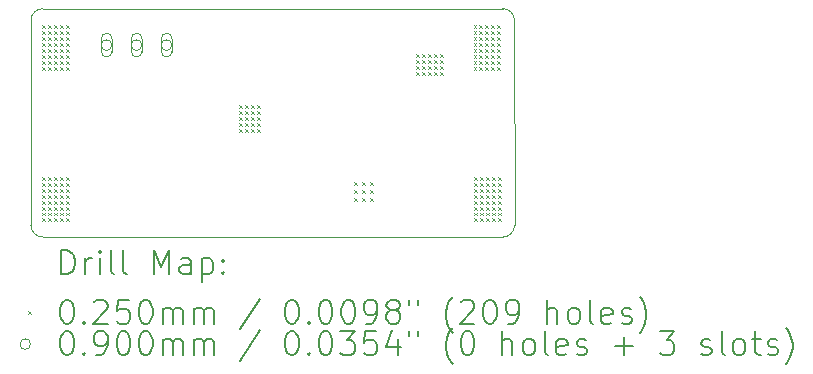
<source format=gbr>
%TF.GenerationSoftware,KiCad,Pcbnew,8.0.1*%
%TF.CreationDate,2024-10-05T18:53:15+08:00*%
%TF.ProjectId,TPS54331_EVA_Board,54505335-3433-4333-915f-4556415f426f,rev?*%
%TF.SameCoordinates,Original*%
%TF.FileFunction,Drillmap*%
%TF.FilePolarity,Positive*%
%FSLAX45Y45*%
G04 Gerber Fmt 4.5, Leading zero omitted, Abs format (unit mm)*
G04 Created by KiCad (PCBNEW 8.0.1) date 2024-10-05 18:53:15*
%MOMM*%
%LPD*%
G01*
G04 APERTURE LIST*
%ADD10C,0.050000*%
%ADD11C,0.200000*%
%ADD12C,0.100000*%
G04 APERTURE END LIST*
D10*
X13195000Y-8809289D02*
G75*
G02*
X13094289Y-8910000I-100710J-1D01*
G01*
X9200711Y-8910000D02*
X13094289Y-8910000D01*
X9200711Y-8910000D02*
G75*
G02*
X9100000Y-8809289I-1J100710D01*
G01*
X9100711Y-7075711D02*
G75*
G02*
X9200711Y-6975711I99999J1D01*
G01*
X13195000Y-8809289D02*
X13194289Y-7075711D01*
X13094289Y-6975711D02*
X9200711Y-6975711D01*
X9100711Y-7075711D02*
X9100000Y-8809289D01*
X13094289Y-6975711D02*
G75*
G02*
X13194289Y-7075711I1J-99999D01*
G01*
D11*
D12*
X9197500Y-7117500D02*
X9222500Y-7142500D01*
X9222500Y-7117500D02*
X9197500Y-7142500D01*
X9197500Y-7167500D02*
X9222500Y-7192500D01*
X9222500Y-7167500D02*
X9197500Y-7192500D01*
X9197500Y-7217500D02*
X9222500Y-7242500D01*
X9222500Y-7217500D02*
X9197500Y-7242500D01*
X9197500Y-7267500D02*
X9222500Y-7292500D01*
X9222500Y-7267500D02*
X9197500Y-7292500D01*
X9197500Y-7317500D02*
X9222500Y-7342500D01*
X9222500Y-7317500D02*
X9197500Y-7342500D01*
X9197500Y-7367500D02*
X9222500Y-7392500D01*
X9222500Y-7367500D02*
X9197500Y-7392500D01*
X9197500Y-7417500D02*
X9222500Y-7442500D01*
X9222500Y-7417500D02*
X9197500Y-7442500D01*
X9197500Y-7467500D02*
X9222500Y-7492500D01*
X9222500Y-7467500D02*
X9197500Y-7492500D01*
X9197500Y-8402500D02*
X9222500Y-8427500D01*
X9222500Y-8402500D02*
X9197500Y-8427500D01*
X9197500Y-8452500D02*
X9222500Y-8477500D01*
X9222500Y-8452500D02*
X9197500Y-8477500D01*
X9197500Y-8502500D02*
X9222500Y-8527500D01*
X9222500Y-8502500D02*
X9197500Y-8527500D01*
X9197500Y-8552500D02*
X9222500Y-8577500D01*
X9222500Y-8552500D02*
X9197500Y-8577500D01*
X9197500Y-8602500D02*
X9222500Y-8627500D01*
X9222500Y-8602500D02*
X9197500Y-8627500D01*
X9197500Y-8652500D02*
X9222500Y-8677500D01*
X9222500Y-8652500D02*
X9197500Y-8677500D01*
X9197500Y-8702500D02*
X9222500Y-8727500D01*
X9222500Y-8702500D02*
X9197500Y-8727500D01*
X9197500Y-8752500D02*
X9222500Y-8777500D01*
X9222500Y-8752500D02*
X9197500Y-8777500D01*
X9247500Y-7117500D02*
X9272500Y-7142500D01*
X9272500Y-7117500D02*
X9247500Y-7142500D01*
X9247500Y-7167500D02*
X9272500Y-7192500D01*
X9272500Y-7167500D02*
X9247500Y-7192500D01*
X9247500Y-7217500D02*
X9272500Y-7242500D01*
X9272500Y-7217500D02*
X9247500Y-7242500D01*
X9247500Y-7267500D02*
X9272500Y-7292500D01*
X9272500Y-7267500D02*
X9247500Y-7292500D01*
X9247500Y-7317500D02*
X9272500Y-7342500D01*
X9272500Y-7317500D02*
X9247500Y-7342500D01*
X9247500Y-7367500D02*
X9272500Y-7392500D01*
X9272500Y-7367500D02*
X9247500Y-7392500D01*
X9247500Y-7417500D02*
X9272500Y-7442500D01*
X9272500Y-7417500D02*
X9247500Y-7442500D01*
X9247500Y-7467500D02*
X9272500Y-7492500D01*
X9272500Y-7467500D02*
X9247500Y-7492500D01*
X9247500Y-8402500D02*
X9272500Y-8427500D01*
X9272500Y-8402500D02*
X9247500Y-8427500D01*
X9247500Y-8452500D02*
X9272500Y-8477500D01*
X9272500Y-8452500D02*
X9247500Y-8477500D01*
X9247500Y-8502500D02*
X9272500Y-8527500D01*
X9272500Y-8502500D02*
X9247500Y-8527500D01*
X9247500Y-8552500D02*
X9272500Y-8577500D01*
X9272500Y-8552500D02*
X9247500Y-8577500D01*
X9247500Y-8602500D02*
X9272500Y-8627500D01*
X9272500Y-8602500D02*
X9247500Y-8627500D01*
X9247500Y-8652500D02*
X9272500Y-8677500D01*
X9272500Y-8652500D02*
X9247500Y-8677500D01*
X9247500Y-8702500D02*
X9272500Y-8727500D01*
X9272500Y-8702500D02*
X9247500Y-8727500D01*
X9247500Y-8752500D02*
X9272500Y-8777500D01*
X9272500Y-8752500D02*
X9247500Y-8777500D01*
X9297500Y-7117500D02*
X9322500Y-7142500D01*
X9322500Y-7117500D02*
X9297500Y-7142500D01*
X9297500Y-7167500D02*
X9322500Y-7192500D01*
X9322500Y-7167500D02*
X9297500Y-7192500D01*
X9297500Y-7217500D02*
X9322500Y-7242500D01*
X9322500Y-7217500D02*
X9297500Y-7242500D01*
X9297500Y-7267500D02*
X9322500Y-7292500D01*
X9322500Y-7267500D02*
X9297500Y-7292500D01*
X9297500Y-7317500D02*
X9322500Y-7342500D01*
X9322500Y-7317500D02*
X9297500Y-7342500D01*
X9297500Y-7367500D02*
X9322500Y-7392500D01*
X9322500Y-7367500D02*
X9297500Y-7392500D01*
X9297500Y-7417500D02*
X9322500Y-7442500D01*
X9322500Y-7417500D02*
X9297500Y-7442500D01*
X9297500Y-7467500D02*
X9322500Y-7492500D01*
X9322500Y-7467500D02*
X9297500Y-7492500D01*
X9297500Y-8402500D02*
X9322500Y-8427500D01*
X9322500Y-8402500D02*
X9297500Y-8427500D01*
X9297500Y-8452500D02*
X9322500Y-8477500D01*
X9322500Y-8452500D02*
X9297500Y-8477500D01*
X9297500Y-8502500D02*
X9322500Y-8527500D01*
X9322500Y-8502500D02*
X9297500Y-8527500D01*
X9297500Y-8552500D02*
X9322500Y-8577500D01*
X9322500Y-8552500D02*
X9297500Y-8577500D01*
X9297500Y-8602500D02*
X9322500Y-8627500D01*
X9322500Y-8602500D02*
X9297500Y-8627500D01*
X9297500Y-8652500D02*
X9322500Y-8677500D01*
X9322500Y-8652500D02*
X9297500Y-8677500D01*
X9297500Y-8702500D02*
X9322500Y-8727500D01*
X9322500Y-8702500D02*
X9297500Y-8727500D01*
X9297500Y-8752500D02*
X9322500Y-8777500D01*
X9322500Y-8752500D02*
X9297500Y-8777500D01*
X9347500Y-7117500D02*
X9372500Y-7142500D01*
X9372500Y-7117500D02*
X9347500Y-7142500D01*
X9347500Y-7167500D02*
X9372500Y-7192500D01*
X9372500Y-7167500D02*
X9347500Y-7192500D01*
X9347500Y-7217500D02*
X9372500Y-7242500D01*
X9372500Y-7217500D02*
X9347500Y-7242500D01*
X9347500Y-7267500D02*
X9372500Y-7292500D01*
X9372500Y-7267500D02*
X9347500Y-7292500D01*
X9347500Y-7317500D02*
X9372500Y-7342500D01*
X9372500Y-7317500D02*
X9347500Y-7342500D01*
X9347500Y-7367500D02*
X9372500Y-7392500D01*
X9372500Y-7367500D02*
X9347500Y-7392500D01*
X9347500Y-7417500D02*
X9372500Y-7442500D01*
X9372500Y-7417500D02*
X9347500Y-7442500D01*
X9347500Y-7467500D02*
X9372500Y-7492500D01*
X9372500Y-7467500D02*
X9347500Y-7492500D01*
X9347500Y-8402500D02*
X9372500Y-8427500D01*
X9372500Y-8402500D02*
X9347500Y-8427500D01*
X9347500Y-8452500D02*
X9372500Y-8477500D01*
X9372500Y-8452500D02*
X9347500Y-8477500D01*
X9347500Y-8502500D02*
X9372500Y-8527500D01*
X9372500Y-8502500D02*
X9347500Y-8527500D01*
X9347500Y-8552500D02*
X9372500Y-8577500D01*
X9372500Y-8552500D02*
X9347500Y-8577500D01*
X9347500Y-8602500D02*
X9372500Y-8627500D01*
X9372500Y-8602500D02*
X9347500Y-8627500D01*
X9347500Y-8652500D02*
X9372500Y-8677500D01*
X9372500Y-8652500D02*
X9347500Y-8677500D01*
X9347500Y-8702500D02*
X9372500Y-8727500D01*
X9372500Y-8702500D02*
X9347500Y-8727500D01*
X9347500Y-8752500D02*
X9372500Y-8777500D01*
X9372500Y-8752500D02*
X9347500Y-8777500D01*
X9397500Y-7117500D02*
X9422500Y-7142500D01*
X9422500Y-7117500D02*
X9397500Y-7142500D01*
X9397500Y-7167500D02*
X9422500Y-7192500D01*
X9422500Y-7167500D02*
X9397500Y-7192500D01*
X9397500Y-7217500D02*
X9422500Y-7242500D01*
X9422500Y-7217500D02*
X9397500Y-7242500D01*
X9397500Y-7267500D02*
X9422500Y-7292500D01*
X9422500Y-7267500D02*
X9397500Y-7292500D01*
X9397500Y-7317500D02*
X9422500Y-7342500D01*
X9422500Y-7317500D02*
X9397500Y-7342500D01*
X9397500Y-7367500D02*
X9422500Y-7392500D01*
X9422500Y-7367500D02*
X9397500Y-7392500D01*
X9397500Y-7417500D02*
X9422500Y-7442500D01*
X9422500Y-7417500D02*
X9397500Y-7442500D01*
X9397500Y-7467500D02*
X9422500Y-7492500D01*
X9422500Y-7467500D02*
X9397500Y-7492500D01*
X9397500Y-8402500D02*
X9422500Y-8427500D01*
X9422500Y-8402500D02*
X9397500Y-8427500D01*
X9397500Y-8452500D02*
X9422500Y-8477500D01*
X9422500Y-8452500D02*
X9397500Y-8477500D01*
X9397500Y-8502500D02*
X9422500Y-8527500D01*
X9422500Y-8502500D02*
X9397500Y-8527500D01*
X9397500Y-8552500D02*
X9422500Y-8577500D01*
X9422500Y-8552500D02*
X9397500Y-8577500D01*
X9397500Y-8602500D02*
X9422500Y-8627500D01*
X9422500Y-8602500D02*
X9397500Y-8627500D01*
X9397500Y-8652500D02*
X9422500Y-8677500D01*
X9422500Y-8652500D02*
X9397500Y-8677500D01*
X9397500Y-8702500D02*
X9422500Y-8727500D01*
X9422500Y-8702500D02*
X9397500Y-8727500D01*
X9397500Y-8752500D02*
X9422500Y-8777500D01*
X9422500Y-8752500D02*
X9397500Y-8777500D01*
X10862500Y-7792500D02*
X10887500Y-7817500D01*
X10887500Y-7792500D02*
X10862500Y-7817500D01*
X10862500Y-7842500D02*
X10887500Y-7867500D01*
X10887500Y-7842500D02*
X10862500Y-7867500D01*
X10862500Y-7892500D02*
X10887500Y-7917500D01*
X10887500Y-7892500D02*
X10862500Y-7917500D01*
X10862500Y-7942500D02*
X10887500Y-7967500D01*
X10887500Y-7942500D02*
X10862500Y-7967500D01*
X10862500Y-7992500D02*
X10887500Y-8017500D01*
X10887500Y-7992500D02*
X10862500Y-8017500D01*
X10912500Y-7792500D02*
X10937500Y-7817500D01*
X10937500Y-7792500D02*
X10912500Y-7817500D01*
X10912500Y-7842500D02*
X10937500Y-7867500D01*
X10937500Y-7842500D02*
X10912500Y-7867500D01*
X10912500Y-7892500D02*
X10937500Y-7917500D01*
X10937500Y-7892500D02*
X10912500Y-7917500D01*
X10912500Y-7942500D02*
X10937500Y-7967500D01*
X10937500Y-7942500D02*
X10912500Y-7967500D01*
X10912500Y-7992500D02*
X10937500Y-8017500D01*
X10937500Y-7992500D02*
X10912500Y-8017500D01*
X10962500Y-7792500D02*
X10987500Y-7817500D01*
X10987500Y-7792500D02*
X10962500Y-7817500D01*
X10962500Y-7842500D02*
X10987500Y-7867500D01*
X10987500Y-7842500D02*
X10962500Y-7867500D01*
X10962500Y-7892500D02*
X10987500Y-7917500D01*
X10987500Y-7892500D02*
X10962500Y-7917500D01*
X10962500Y-7942500D02*
X10987500Y-7967500D01*
X10987500Y-7942500D02*
X10962500Y-7967500D01*
X10962500Y-7992500D02*
X10987500Y-8017500D01*
X10987500Y-7992500D02*
X10962500Y-8017500D01*
X11012500Y-7792500D02*
X11037500Y-7817500D01*
X11037500Y-7792500D02*
X11012500Y-7817500D01*
X11012500Y-7842500D02*
X11037500Y-7867500D01*
X11037500Y-7842500D02*
X11012500Y-7867500D01*
X11012500Y-7892500D02*
X11037500Y-7917500D01*
X11037500Y-7892500D02*
X11012500Y-7917500D01*
X11012500Y-7942500D02*
X11037500Y-7967500D01*
X11037500Y-7942500D02*
X11012500Y-7967500D01*
X11012500Y-7992500D02*
X11037500Y-8017500D01*
X11037500Y-7992500D02*
X11012500Y-8017500D01*
X11832500Y-8442500D02*
X11857500Y-8467500D01*
X11857500Y-8442500D02*
X11832500Y-8467500D01*
X11832500Y-8512500D02*
X11857500Y-8537500D01*
X11857500Y-8512500D02*
X11832500Y-8537500D01*
X11832500Y-8577500D02*
X11857500Y-8602500D01*
X11857500Y-8577500D02*
X11832500Y-8602500D01*
X11902500Y-8442500D02*
X11927500Y-8467500D01*
X11927500Y-8442500D02*
X11902500Y-8467500D01*
X11902500Y-8512500D02*
X11927500Y-8537500D01*
X11927500Y-8512500D02*
X11902500Y-8537500D01*
X11902500Y-8577500D02*
X11927500Y-8602500D01*
X11927500Y-8577500D02*
X11902500Y-8602500D01*
X11972500Y-8442500D02*
X11997500Y-8467500D01*
X11997500Y-8442500D02*
X11972500Y-8467500D01*
X11972500Y-8512500D02*
X11997500Y-8537500D01*
X11997500Y-8512500D02*
X11972500Y-8537500D01*
X11972500Y-8577500D02*
X11997500Y-8602500D01*
X11997500Y-8577500D02*
X11972500Y-8602500D01*
X12362500Y-7362500D02*
X12387500Y-7387500D01*
X12387500Y-7362500D02*
X12362500Y-7387500D01*
X12362500Y-7412500D02*
X12387500Y-7437500D01*
X12387500Y-7412500D02*
X12362500Y-7437500D01*
X12362500Y-7462500D02*
X12387500Y-7487500D01*
X12387500Y-7462500D02*
X12362500Y-7487500D01*
X12362500Y-7512500D02*
X12387500Y-7537500D01*
X12387500Y-7512500D02*
X12362500Y-7537500D01*
X12412500Y-7362500D02*
X12437500Y-7387500D01*
X12437500Y-7362500D02*
X12412500Y-7387500D01*
X12412500Y-7412500D02*
X12437500Y-7437500D01*
X12437500Y-7412500D02*
X12412500Y-7437500D01*
X12412500Y-7462500D02*
X12437500Y-7487500D01*
X12437500Y-7462500D02*
X12412500Y-7487500D01*
X12412500Y-7512500D02*
X12437500Y-7537500D01*
X12437500Y-7512500D02*
X12412500Y-7537500D01*
X12462500Y-7362500D02*
X12487500Y-7387500D01*
X12487500Y-7362500D02*
X12462500Y-7387500D01*
X12462500Y-7412500D02*
X12487500Y-7437500D01*
X12487500Y-7412500D02*
X12462500Y-7437500D01*
X12462500Y-7462500D02*
X12487500Y-7487500D01*
X12487500Y-7462500D02*
X12462500Y-7487500D01*
X12462500Y-7512500D02*
X12487500Y-7537500D01*
X12487500Y-7512500D02*
X12462500Y-7537500D01*
X12512500Y-7362500D02*
X12537500Y-7387500D01*
X12537500Y-7362500D02*
X12512500Y-7387500D01*
X12512500Y-7412500D02*
X12537500Y-7437500D01*
X12537500Y-7412500D02*
X12512500Y-7437500D01*
X12512500Y-7462500D02*
X12537500Y-7487500D01*
X12537500Y-7462500D02*
X12512500Y-7487500D01*
X12512500Y-7512500D02*
X12537500Y-7537500D01*
X12537500Y-7512500D02*
X12512500Y-7537500D01*
X12562500Y-7362500D02*
X12587500Y-7387500D01*
X12587500Y-7362500D02*
X12562500Y-7387500D01*
X12562500Y-7412500D02*
X12587500Y-7437500D01*
X12587500Y-7412500D02*
X12562500Y-7437500D01*
X12562500Y-7462500D02*
X12587500Y-7487500D01*
X12587500Y-7462500D02*
X12562500Y-7487500D01*
X12562500Y-7512500D02*
X12587500Y-7537500D01*
X12587500Y-7512500D02*
X12562500Y-7537500D01*
X12847500Y-7117500D02*
X12872500Y-7142500D01*
X12872500Y-7117500D02*
X12847500Y-7142500D01*
X12847500Y-7167500D02*
X12872500Y-7192500D01*
X12872500Y-7167500D02*
X12847500Y-7192500D01*
X12847500Y-7217500D02*
X12872500Y-7242500D01*
X12872500Y-7217500D02*
X12847500Y-7242500D01*
X12847500Y-7267500D02*
X12872500Y-7292500D01*
X12872500Y-7267500D02*
X12847500Y-7292500D01*
X12847500Y-7317500D02*
X12872500Y-7342500D01*
X12872500Y-7317500D02*
X12847500Y-7342500D01*
X12847500Y-7367500D02*
X12872500Y-7392500D01*
X12872500Y-7367500D02*
X12847500Y-7392500D01*
X12847500Y-7417500D02*
X12872500Y-7442500D01*
X12872500Y-7417500D02*
X12847500Y-7442500D01*
X12847500Y-7467500D02*
X12872500Y-7492500D01*
X12872500Y-7467500D02*
X12847500Y-7492500D01*
X12852500Y-8402500D02*
X12877500Y-8427500D01*
X12877500Y-8402500D02*
X12852500Y-8427500D01*
X12852500Y-8452500D02*
X12877500Y-8477500D01*
X12877500Y-8452500D02*
X12852500Y-8477500D01*
X12852500Y-8502500D02*
X12877500Y-8527500D01*
X12877500Y-8502500D02*
X12852500Y-8527500D01*
X12852500Y-8552500D02*
X12877500Y-8577500D01*
X12877500Y-8552500D02*
X12852500Y-8577500D01*
X12852500Y-8602500D02*
X12877500Y-8627500D01*
X12877500Y-8602500D02*
X12852500Y-8627500D01*
X12852500Y-8652500D02*
X12877500Y-8677500D01*
X12877500Y-8652500D02*
X12852500Y-8677500D01*
X12852500Y-8702500D02*
X12877500Y-8727500D01*
X12877500Y-8702500D02*
X12852500Y-8727500D01*
X12852500Y-8752500D02*
X12877500Y-8777500D01*
X12877500Y-8752500D02*
X12852500Y-8777500D01*
X12897500Y-7117500D02*
X12922500Y-7142500D01*
X12922500Y-7117500D02*
X12897500Y-7142500D01*
X12897500Y-7167500D02*
X12922500Y-7192500D01*
X12922500Y-7167500D02*
X12897500Y-7192500D01*
X12897500Y-7217500D02*
X12922500Y-7242500D01*
X12922500Y-7217500D02*
X12897500Y-7242500D01*
X12897500Y-7267500D02*
X12922500Y-7292500D01*
X12922500Y-7267500D02*
X12897500Y-7292500D01*
X12897500Y-7317500D02*
X12922500Y-7342500D01*
X12922500Y-7317500D02*
X12897500Y-7342500D01*
X12897500Y-7367500D02*
X12922500Y-7392500D01*
X12922500Y-7367500D02*
X12897500Y-7392500D01*
X12897500Y-7417500D02*
X12922500Y-7442500D01*
X12922500Y-7417500D02*
X12897500Y-7442500D01*
X12897500Y-7467500D02*
X12922500Y-7492500D01*
X12922500Y-7467500D02*
X12897500Y-7492500D01*
X12902500Y-8402500D02*
X12927500Y-8427500D01*
X12927500Y-8402500D02*
X12902500Y-8427500D01*
X12902500Y-8452500D02*
X12927500Y-8477500D01*
X12927500Y-8452500D02*
X12902500Y-8477500D01*
X12902500Y-8502500D02*
X12927500Y-8527500D01*
X12927500Y-8502500D02*
X12902500Y-8527500D01*
X12902500Y-8552500D02*
X12927500Y-8577500D01*
X12927500Y-8552500D02*
X12902500Y-8577500D01*
X12902500Y-8602500D02*
X12927500Y-8627500D01*
X12927500Y-8602500D02*
X12902500Y-8627500D01*
X12902500Y-8652500D02*
X12927500Y-8677500D01*
X12927500Y-8652500D02*
X12902500Y-8677500D01*
X12902500Y-8702500D02*
X12927500Y-8727500D01*
X12927500Y-8702500D02*
X12902500Y-8727500D01*
X12902500Y-8752500D02*
X12927500Y-8777500D01*
X12927500Y-8752500D02*
X12902500Y-8777500D01*
X12947500Y-7117500D02*
X12972500Y-7142500D01*
X12972500Y-7117500D02*
X12947500Y-7142500D01*
X12947500Y-7167500D02*
X12972500Y-7192500D01*
X12972500Y-7167500D02*
X12947500Y-7192500D01*
X12947500Y-7217500D02*
X12972500Y-7242500D01*
X12972500Y-7217500D02*
X12947500Y-7242500D01*
X12947500Y-7267500D02*
X12972500Y-7292500D01*
X12972500Y-7267500D02*
X12947500Y-7292500D01*
X12947500Y-7317500D02*
X12972500Y-7342500D01*
X12972500Y-7317500D02*
X12947500Y-7342500D01*
X12947500Y-7367500D02*
X12972500Y-7392500D01*
X12972500Y-7367500D02*
X12947500Y-7392500D01*
X12947500Y-7417500D02*
X12972500Y-7442500D01*
X12972500Y-7417500D02*
X12947500Y-7442500D01*
X12947500Y-7467500D02*
X12972500Y-7492500D01*
X12972500Y-7467500D02*
X12947500Y-7492500D01*
X12952500Y-8402500D02*
X12977500Y-8427500D01*
X12977500Y-8402500D02*
X12952500Y-8427500D01*
X12952500Y-8452500D02*
X12977500Y-8477500D01*
X12977500Y-8452500D02*
X12952500Y-8477500D01*
X12952500Y-8502500D02*
X12977500Y-8527500D01*
X12977500Y-8502500D02*
X12952500Y-8527500D01*
X12952500Y-8552500D02*
X12977500Y-8577500D01*
X12977500Y-8552500D02*
X12952500Y-8577500D01*
X12952500Y-8602500D02*
X12977500Y-8627500D01*
X12977500Y-8602500D02*
X12952500Y-8627500D01*
X12952500Y-8652500D02*
X12977500Y-8677500D01*
X12977500Y-8652500D02*
X12952500Y-8677500D01*
X12952500Y-8702500D02*
X12977500Y-8727500D01*
X12977500Y-8702500D02*
X12952500Y-8727500D01*
X12952500Y-8752500D02*
X12977500Y-8777500D01*
X12977500Y-8752500D02*
X12952500Y-8777500D01*
X12997500Y-7117500D02*
X13022500Y-7142500D01*
X13022500Y-7117500D02*
X12997500Y-7142500D01*
X12997500Y-7167500D02*
X13022500Y-7192500D01*
X13022500Y-7167500D02*
X12997500Y-7192500D01*
X12997500Y-7217500D02*
X13022500Y-7242500D01*
X13022500Y-7217500D02*
X12997500Y-7242500D01*
X12997500Y-7267500D02*
X13022500Y-7292500D01*
X13022500Y-7267500D02*
X12997500Y-7292500D01*
X12997500Y-7317500D02*
X13022500Y-7342500D01*
X13022500Y-7317500D02*
X12997500Y-7342500D01*
X12997500Y-7367500D02*
X13022500Y-7392500D01*
X13022500Y-7367500D02*
X12997500Y-7392500D01*
X12997500Y-7417500D02*
X13022500Y-7442500D01*
X13022500Y-7417500D02*
X12997500Y-7442500D01*
X12997500Y-7467500D02*
X13022500Y-7492500D01*
X13022500Y-7467500D02*
X12997500Y-7492500D01*
X13002500Y-8402500D02*
X13027500Y-8427500D01*
X13027500Y-8402500D02*
X13002500Y-8427500D01*
X13002500Y-8452500D02*
X13027500Y-8477500D01*
X13027500Y-8452500D02*
X13002500Y-8477500D01*
X13002500Y-8502500D02*
X13027500Y-8527500D01*
X13027500Y-8502500D02*
X13002500Y-8527500D01*
X13002500Y-8552500D02*
X13027500Y-8577500D01*
X13027500Y-8552500D02*
X13002500Y-8577500D01*
X13002500Y-8602500D02*
X13027500Y-8627500D01*
X13027500Y-8602500D02*
X13002500Y-8627500D01*
X13002500Y-8652500D02*
X13027500Y-8677500D01*
X13027500Y-8652500D02*
X13002500Y-8677500D01*
X13002500Y-8702500D02*
X13027500Y-8727500D01*
X13027500Y-8702500D02*
X13002500Y-8727500D01*
X13002500Y-8752500D02*
X13027500Y-8777500D01*
X13027500Y-8752500D02*
X13002500Y-8777500D01*
X13047500Y-7117500D02*
X13072500Y-7142500D01*
X13072500Y-7117500D02*
X13047500Y-7142500D01*
X13047500Y-7167500D02*
X13072500Y-7192500D01*
X13072500Y-7167500D02*
X13047500Y-7192500D01*
X13047500Y-7217500D02*
X13072500Y-7242500D01*
X13072500Y-7217500D02*
X13047500Y-7242500D01*
X13047500Y-7267500D02*
X13072500Y-7292500D01*
X13072500Y-7267500D02*
X13047500Y-7292500D01*
X13047500Y-7317500D02*
X13072500Y-7342500D01*
X13072500Y-7317500D02*
X13047500Y-7342500D01*
X13047500Y-7367500D02*
X13072500Y-7392500D01*
X13072500Y-7367500D02*
X13047500Y-7392500D01*
X13047500Y-7417500D02*
X13072500Y-7442500D01*
X13072500Y-7417500D02*
X13047500Y-7442500D01*
X13047500Y-7467500D02*
X13072500Y-7492500D01*
X13072500Y-7467500D02*
X13047500Y-7492500D01*
X13052500Y-8402500D02*
X13077500Y-8427500D01*
X13077500Y-8402500D02*
X13052500Y-8427500D01*
X13052500Y-8452500D02*
X13077500Y-8477500D01*
X13077500Y-8452500D02*
X13052500Y-8477500D01*
X13052500Y-8502500D02*
X13077500Y-8527500D01*
X13077500Y-8502500D02*
X13052500Y-8527500D01*
X13052500Y-8552500D02*
X13077500Y-8577500D01*
X13077500Y-8552500D02*
X13052500Y-8577500D01*
X13052500Y-8602500D02*
X13077500Y-8627500D01*
X13077500Y-8602500D02*
X13052500Y-8627500D01*
X13052500Y-8652500D02*
X13077500Y-8677500D01*
X13077500Y-8652500D02*
X13052500Y-8677500D01*
X13052500Y-8702500D02*
X13077500Y-8727500D01*
X13077500Y-8702500D02*
X13052500Y-8727500D01*
X13052500Y-8752500D02*
X13077500Y-8777500D01*
X13077500Y-8752500D02*
X13052500Y-8777500D01*
X9786000Y-7285000D02*
G75*
G02*
X9696000Y-7285000I-45000J0D01*
G01*
X9696000Y-7285000D02*
G75*
G02*
X9786000Y-7285000I45000J0D01*
G01*
X9786000Y-7340000D02*
X9786000Y-7230000D01*
X9696000Y-7230000D02*
G75*
G02*
X9786000Y-7230000I45000J0D01*
G01*
X9696000Y-7230000D02*
X9696000Y-7340000D01*
X9696000Y-7340000D02*
G75*
G03*
X9786000Y-7340000I45000J0D01*
G01*
X10040000Y-7285000D02*
G75*
G02*
X9950000Y-7285000I-45000J0D01*
G01*
X9950000Y-7285000D02*
G75*
G02*
X10040000Y-7285000I45000J0D01*
G01*
X10040000Y-7340000D02*
X10040000Y-7230000D01*
X9950000Y-7230000D02*
G75*
G02*
X10040000Y-7230000I45000J0D01*
G01*
X9950000Y-7230000D02*
X9950000Y-7340000D01*
X9950000Y-7340000D02*
G75*
G03*
X10040000Y-7340000I45000J0D01*
G01*
X10294000Y-7285000D02*
G75*
G02*
X10204000Y-7285000I-45000J0D01*
G01*
X10204000Y-7285000D02*
G75*
G02*
X10294000Y-7285000I45000J0D01*
G01*
X10294000Y-7340000D02*
X10294000Y-7230000D01*
X10204000Y-7230000D02*
G75*
G02*
X10294000Y-7230000I45000J0D01*
G01*
X10204000Y-7230000D02*
X10204000Y-7340000D01*
X10204000Y-7340000D02*
G75*
G03*
X10294000Y-7340000I45000J0D01*
G01*
D11*
X9358277Y-9223984D02*
X9358277Y-9023984D01*
X9358277Y-9023984D02*
X9405896Y-9023984D01*
X9405896Y-9023984D02*
X9434467Y-9033508D01*
X9434467Y-9033508D02*
X9453515Y-9052555D01*
X9453515Y-9052555D02*
X9463039Y-9071603D01*
X9463039Y-9071603D02*
X9472563Y-9109698D01*
X9472563Y-9109698D02*
X9472563Y-9138270D01*
X9472563Y-9138270D02*
X9463039Y-9176365D01*
X9463039Y-9176365D02*
X9453515Y-9195412D01*
X9453515Y-9195412D02*
X9434467Y-9214460D01*
X9434467Y-9214460D02*
X9405896Y-9223984D01*
X9405896Y-9223984D02*
X9358277Y-9223984D01*
X9558277Y-9223984D02*
X9558277Y-9090650D01*
X9558277Y-9128746D02*
X9567801Y-9109698D01*
X9567801Y-9109698D02*
X9577324Y-9100174D01*
X9577324Y-9100174D02*
X9596372Y-9090650D01*
X9596372Y-9090650D02*
X9615420Y-9090650D01*
X9682086Y-9223984D02*
X9682086Y-9090650D01*
X9682086Y-9023984D02*
X9672563Y-9033508D01*
X9672563Y-9033508D02*
X9682086Y-9043031D01*
X9682086Y-9043031D02*
X9691610Y-9033508D01*
X9691610Y-9033508D02*
X9682086Y-9023984D01*
X9682086Y-9023984D02*
X9682086Y-9043031D01*
X9805896Y-9223984D02*
X9786848Y-9214460D01*
X9786848Y-9214460D02*
X9777324Y-9195412D01*
X9777324Y-9195412D02*
X9777324Y-9023984D01*
X9910658Y-9223984D02*
X9891610Y-9214460D01*
X9891610Y-9214460D02*
X9882086Y-9195412D01*
X9882086Y-9195412D02*
X9882086Y-9023984D01*
X10139229Y-9223984D02*
X10139229Y-9023984D01*
X10139229Y-9023984D02*
X10205896Y-9166841D01*
X10205896Y-9166841D02*
X10272563Y-9023984D01*
X10272563Y-9023984D02*
X10272563Y-9223984D01*
X10453515Y-9223984D02*
X10453515Y-9119222D01*
X10453515Y-9119222D02*
X10443991Y-9100174D01*
X10443991Y-9100174D02*
X10424944Y-9090650D01*
X10424944Y-9090650D02*
X10386848Y-9090650D01*
X10386848Y-9090650D02*
X10367801Y-9100174D01*
X10453515Y-9214460D02*
X10434467Y-9223984D01*
X10434467Y-9223984D02*
X10386848Y-9223984D01*
X10386848Y-9223984D02*
X10367801Y-9214460D01*
X10367801Y-9214460D02*
X10358277Y-9195412D01*
X10358277Y-9195412D02*
X10358277Y-9176365D01*
X10358277Y-9176365D02*
X10367801Y-9157317D01*
X10367801Y-9157317D02*
X10386848Y-9147793D01*
X10386848Y-9147793D02*
X10434467Y-9147793D01*
X10434467Y-9147793D02*
X10453515Y-9138270D01*
X10548753Y-9090650D02*
X10548753Y-9290650D01*
X10548753Y-9100174D02*
X10567801Y-9090650D01*
X10567801Y-9090650D02*
X10605896Y-9090650D01*
X10605896Y-9090650D02*
X10624944Y-9100174D01*
X10624944Y-9100174D02*
X10634467Y-9109698D01*
X10634467Y-9109698D02*
X10643991Y-9128746D01*
X10643991Y-9128746D02*
X10643991Y-9185889D01*
X10643991Y-9185889D02*
X10634467Y-9204936D01*
X10634467Y-9204936D02*
X10624944Y-9214460D01*
X10624944Y-9214460D02*
X10605896Y-9223984D01*
X10605896Y-9223984D02*
X10567801Y-9223984D01*
X10567801Y-9223984D02*
X10548753Y-9214460D01*
X10729705Y-9204936D02*
X10739229Y-9214460D01*
X10739229Y-9214460D02*
X10729705Y-9223984D01*
X10729705Y-9223984D02*
X10720182Y-9214460D01*
X10720182Y-9214460D02*
X10729705Y-9204936D01*
X10729705Y-9204936D02*
X10729705Y-9223984D01*
X10729705Y-9100174D02*
X10739229Y-9109698D01*
X10739229Y-9109698D02*
X10729705Y-9119222D01*
X10729705Y-9119222D02*
X10720182Y-9109698D01*
X10720182Y-9109698D02*
X10729705Y-9100174D01*
X10729705Y-9100174D02*
X10729705Y-9119222D01*
D12*
X9072500Y-9540000D02*
X9097500Y-9565000D01*
X9097500Y-9540000D02*
X9072500Y-9565000D01*
D11*
X9396372Y-9443984D02*
X9415420Y-9443984D01*
X9415420Y-9443984D02*
X9434467Y-9453508D01*
X9434467Y-9453508D02*
X9443991Y-9463031D01*
X9443991Y-9463031D02*
X9453515Y-9482079D01*
X9453515Y-9482079D02*
X9463039Y-9520174D01*
X9463039Y-9520174D02*
X9463039Y-9567793D01*
X9463039Y-9567793D02*
X9453515Y-9605889D01*
X9453515Y-9605889D02*
X9443991Y-9624936D01*
X9443991Y-9624936D02*
X9434467Y-9634460D01*
X9434467Y-9634460D02*
X9415420Y-9643984D01*
X9415420Y-9643984D02*
X9396372Y-9643984D01*
X9396372Y-9643984D02*
X9377324Y-9634460D01*
X9377324Y-9634460D02*
X9367801Y-9624936D01*
X9367801Y-9624936D02*
X9358277Y-9605889D01*
X9358277Y-9605889D02*
X9348753Y-9567793D01*
X9348753Y-9567793D02*
X9348753Y-9520174D01*
X9348753Y-9520174D02*
X9358277Y-9482079D01*
X9358277Y-9482079D02*
X9367801Y-9463031D01*
X9367801Y-9463031D02*
X9377324Y-9453508D01*
X9377324Y-9453508D02*
X9396372Y-9443984D01*
X9548753Y-9624936D02*
X9558277Y-9634460D01*
X9558277Y-9634460D02*
X9548753Y-9643984D01*
X9548753Y-9643984D02*
X9539229Y-9634460D01*
X9539229Y-9634460D02*
X9548753Y-9624936D01*
X9548753Y-9624936D02*
X9548753Y-9643984D01*
X9634467Y-9463031D02*
X9643991Y-9453508D01*
X9643991Y-9453508D02*
X9663039Y-9443984D01*
X9663039Y-9443984D02*
X9710658Y-9443984D01*
X9710658Y-9443984D02*
X9729705Y-9453508D01*
X9729705Y-9453508D02*
X9739229Y-9463031D01*
X9739229Y-9463031D02*
X9748753Y-9482079D01*
X9748753Y-9482079D02*
X9748753Y-9501127D01*
X9748753Y-9501127D02*
X9739229Y-9529698D01*
X9739229Y-9529698D02*
X9624944Y-9643984D01*
X9624944Y-9643984D02*
X9748753Y-9643984D01*
X9929705Y-9443984D02*
X9834467Y-9443984D01*
X9834467Y-9443984D02*
X9824944Y-9539222D01*
X9824944Y-9539222D02*
X9834467Y-9529698D01*
X9834467Y-9529698D02*
X9853515Y-9520174D01*
X9853515Y-9520174D02*
X9901134Y-9520174D01*
X9901134Y-9520174D02*
X9920182Y-9529698D01*
X9920182Y-9529698D02*
X9929705Y-9539222D01*
X9929705Y-9539222D02*
X9939229Y-9558270D01*
X9939229Y-9558270D02*
X9939229Y-9605889D01*
X9939229Y-9605889D02*
X9929705Y-9624936D01*
X9929705Y-9624936D02*
X9920182Y-9634460D01*
X9920182Y-9634460D02*
X9901134Y-9643984D01*
X9901134Y-9643984D02*
X9853515Y-9643984D01*
X9853515Y-9643984D02*
X9834467Y-9634460D01*
X9834467Y-9634460D02*
X9824944Y-9624936D01*
X10063039Y-9443984D02*
X10082086Y-9443984D01*
X10082086Y-9443984D02*
X10101134Y-9453508D01*
X10101134Y-9453508D02*
X10110658Y-9463031D01*
X10110658Y-9463031D02*
X10120182Y-9482079D01*
X10120182Y-9482079D02*
X10129705Y-9520174D01*
X10129705Y-9520174D02*
X10129705Y-9567793D01*
X10129705Y-9567793D02*
X10120182Y-9605889D01*
X10120182Y-9605889D02*
X10110658Y-9624936D01*
X10110658Y-9624936D02*
X10101134Y-9634460D01*
X10101134Y-9634460D02*
X10082086Y-9643984D01*
X10082086Y-9643984D02*
X10063039Y-9643984D01*
X10063039Y-9643984D02*
X10043991Y-9634460D01*
X10043991Y-9634460D02*
X10034467Y-9624936D01*
X10034467Y-9624936D02*
X10024944Y-9605889D01*
X10024944Y-9605889D02*
X10015420Y-9567793D01*
X10015420Y-9567793D02*
X10015420Y-9520174D01*
X10015420Y-9520174D02*
X10024944Y-9482079D01*
X10024944Y-9482079D02*
X10034467Y-9463031D01*
X10034467Y-9463031D02*
X10043991Y-9453508D01*
X10043991Y-9453508D02*
X10063039Y-9443984D01*
X10215420Y-9643984D02*
X10215420Y-9510650D01*
X10215420Y-9529698D02*
X10224944Y-9520174D01*
X10224944Y-9520174D02*
X10243991Y-9510650D01*
X10243991Y-9510650D02*
X10272563Y-9510650D01*
X10272563Y-9510650D02*
X10291610Y-9520174D01*
X10291610Y-9520174D02*
X10301134Y-9539222D01*
X10301134Y-9539222D02*
X10301134Y-9643984D01*
X10301134Y-9539222D02*
X10310658Y-9520174D01*
X10310658Y-9520174D02*
X10329705Y-9510650D01*
X10329705Y-9510650D02*
X10358277Y-9510650D01*
X10358277Y-9510650D02*
X10377325Y-9520174D01*
X10377325Y-9520174D02*
X10386848Y-9539222D01*
X10386848Y-9539222D02*
X10386848Y-9643984D01*
X10482086Y-9643984D02*
X10482086Y-9510650D01*
X10482086Y-9529698D02*
X10491610Y-9520174D01*
X10491610Y-9520174D02*
X10510658Y-9510650D01*
X10510658Y-9510650D02*
X10539229Y-9510650D01*
X10539229Y-9510650D02*
X10558277Y-9520174D01*
X10558277Y-9520174D02*
X10567801Y-9539222D01*
X10567801Y-9539222D02*
X10567801Y-9643984D01*
X10567801Y-9539222D02*
X10577325Y-9520174D01*
X10577325Y-9520174D02*
X10596372Y-9510650D01*
X10596372Y-9510650D02*
X10624944Y-9510650D01*
X10624944Y-9510650D02*
X10643991Y-9520174D01*
X10643991Y-9520174D02*
X10653515Y-9539222D01*
X10653515Y-9539222D02*
X10653515Y-9643984D01*
X11043991Y-9434460D02*
X10872563Y-9691603D01*
X11301134Y-9443984D02*
X11320182Y-9443984D01*
X11320182Y-9443984D02*
X11339229Y-9453508D01*
X11339229Y-9453508D02*
X11348753Y-9463031D01*
X11348753Y-9463031D02*
X11358277Y-9482079D01*
X11358277Y-9482079D02*
X11367801Y-9520174D01*
X11367801Y-9520174D02*
X11367801Y-9567793D01*
X11367801Y-9567793D02*
X11358277Y-9605889D01*
X11358277Y-9605889D02*
X11348753Y-9624936D01*
X11348753Y-9624936D02*
X11339229Y-9634460D01*
X11339229Y-9634460D02*
X11320182Y-9643984D01*
X11320182Y-9643984D02*
X11301134Y-9643984D01*
X11301134Y-9643984D02*
X11282086Y-9634460D01*
X11282086Y-9634460D02*
X11272563Y-9624936D01*
X11272563Y-9624936D02*
X11263039Y-9605889D01*
X11263039Y-9605889D02*
X11253515Y-9567793D01*
X11253515Y-9567793D02*
X11253515Y-9520174D01*
X11253515Y-9520174D02*
X11263039Y-9482079D01*
X11263039Y-9482079D02*
X11272563Y-9463031D01*
X11272563Y-9463031D02*
X11282086Y-9453508D01*
X11282086Y-9453508D02*
X11301134Y-9443984D01*
X11453515Y-9624936D02*
X11463039Y-9634460D01*
X11463039Y-9634460D02*
X11453515Y-9643984D01*
X11453515Y-9643984D02*
X11443991Y-9634460D01*
X11443991Y-9634460D02*
X11453515Y-9624936D01*
X11453515Y-9624936D02*
X11453515Y-9643984D01*
X11586848Y-9443984D02*
X11605896Y-9443984D01*
X11605896Y-9443984D02*
X11624944Y-9453508D01*
X11624944Y-9453508D02*
X11634467Y-9463031D01*
X11634467Y-9463031D02*
X11643991Y-9482079D01*
X11643991Y-9482079D02*
X11653515Y-9520174D01*
X11653515Y-9520174D02*
X11653515Y-9567793D01*
X11653515Y-9567793D02*
X11643991Y-9605889D01*
X11643991Y-9605889D02*
X11634467Y-9624936D01*
X11634467Y-9624936D02*
X11624944Y-9634460D01*
X11624944Y-9634460D02*
X11605896Y-9643984D01*
X11605896Y-9643984D02*
X11586848Y-9643984D01*
X11586848Y-9643984D02*
X11567801Y-9634460D01*
X11567801Y-9634460D02*
X11558277Y-9624936D01*
X11558277Y-9624936D02*
X11548753Y-9605889D01*
X11548753Y-9605889D02*
X11539229Y-9567793D01*
X11539229Y-9567793D02*
X11539229Y-9520174D01*
X11539229Y-9520174D02*
X11548753Y-9482079D01*
X11548753Y-9482079D02*
X11558277Y-9463031D01*
X11558277Y-9463031D02*
X11567801Y-9453508D01*
X11567801Y-9453508D02*
X11586848Y-9443984D01*
X11777325Y-9443984D02*
X11796372Y-9443984D01*
X11796372Y-9443984D02*
X11815420Y-9453508D01*
X11815420Y-9453508D02*
X11824944Y-9463031D01*
X11824944Y-9463031D02*
X11834467Y-9482079D01*
X11834467Y-9482079D02*
X11843991Y-9520174D01*
X11843991Y-9520174D02*
X11843991Y-9567793D01*
X11843991Y-9567793D02*
X11834467Y-9605889D01*
X11834467Y-9605889D02*
X11824944Y-9624936D01*
X11824944Y-9624936D02*
X11815420Y-9634460D01*
X11815420Y-9634460D02*
X11796372Y-9643984D01*
X11796372Y-9643984D02*
X11777325Y-9643984D01*
X11777325Y-9643984D02*
X11758277Y-9634460D01*
X11758277Y-9634460D02*
X11748753Y-9624936D01*
X11748753Y-9624936D02*
X11739229Y-9605889D01*
X11739229Y-9605889D02*
X11729706Y-9567793D01*
X11729706Y-9567793D02*
X11729706Y-9520174D01*
X11729706Y-9520174D02*
X11739229Y-9482079D01*
X11739229Y-9482079D02*
X11748753Y-9463031D01*
X11748753Y-9463031D02*
X11758277Y-9453508D01*
X11758277Y-9453508D02*
X11777325Y-9443984D01*
X11939229Y-9643984D02*
X11977325Y-9643984D01*
X11977325Y-9643984D02*
X11996372Y-9634460D01*
X11996372Y-9634460D02*
X12005896Y-9624936D01*
X12005896Y-9624936D02*
X12024944Y-9596365D01*
X12024944Y-9596365D02*
X12034467Y-9558270D01*
X12034467Y-9558270D02*
X12034467Y-9482079D01*
X12034467Y-9482079D02*
X12024944Y-9463031D01*
X12024944Y-9463031D02*
X12015420Y-9453508D01*
X12015420Y-9453508D02*
X11996372Y-9443984D01*
X11996372Y-9443984D02*
X11958277Y-9443984D01*
X11958277Y-9443984D02*
X11939229Y-9453508D01*
X11939229Y-9453508D02*
X11929706Y-9463031D01*
X11929706Y-9463031D02*
X11920182Y-9482079D01*
X11920182Y-9482079D02*
X11920182Y-9529698D01*
X11920182Y-9529698D02*
X11929706Y-9548746D01*
X11929706Y-9548746D02*
X11939229Y-9558270D01*
X11939229Y-9558270D02*
X11958277Y-9567793D01*
X11958277Y-9567793D02*
X11996372Y-9567793D01*
X11996372Y-9567793D02*
X12015420Y-9558270D01*
X12015420Y-9558270D02*
X12024944Y-9548746D01*
X12024944Y-9548746D02*
X12034467Y-9529698D01*
X12148753Y-9529698D02*
X12129706Y-9520174D01*
X12129706Y-9520174D02*
X12120182Y-9510650D01*
X12120182Y-9510650D02*
X12110658Y-9491603D01*
X12110658Y-9491603D02*
X12110658Y-9482079D01*
X12110658Y-9482079D02*
X12120182Y-9463031D01*
X12120182Y-9463031D02*
X12129706Y-9453508D01*
X12129706Y-9453508D02*
X12148753Y-9443984D01*
X12148753Y-9443984D02*
X12186848Y-9443984D01*
X12186848Y-9443984D02*
X12205896Y-9453508D01*
X12205896Y-9453508D02*
X12215420Y-9463031D01*
X12215420Y-9463031D02*
X12224944Y-9482079D01*
X12224944Y-9482079D02*
X12224944Y-9491603D01*
X12224944Y-9491603D02*
X12215420Y-9510650D01*
X12215420Y-9510650D02*
X12205896Y-9520174D01*
X12205896Y-9520174D02*
X12186848Y-9529698D01*
X12186848Y-9529698D02*
X12148753Y-9529698D01*
X12148753Y-9529698D02*
X12129706Y-9539222D01*
X12129706Y-9539222D02*
X12120182Y-9548746D01*
X12120182Y-9548746D02*
X12110658Y-9567793D01*
X12110658Y-9567793D02*
X12110658Y-9605889D01*
X12110658Y-9605889D02*
X12120182Y-9624936D01*
X12120182Y-9624936D02*
X12129706Y-9634460D01*
X12129706Y-9634460D02*
X12148753Y-9643984D01*
X12148753Y-9643984D02*
X12186848Y-9643984D01*
X12186848Y-9643984D02*
X12205896Y-9634460D01*
X12205896Y-9634460D02*
X12215420Y-9624936D01*
X12215420Y-9624936D02*
X12224944Y-9605889D01*
X12224944Y-9605889D02*
X12224944Y-9567793D01*
X12224944Y-9567793D02*
X12215420Y-9548746D01*
X12215420Y-9548746D02*
X12205896Y-9539222D01*
X12205896Y-9539222D02*
X12186848Y-9529698D01*
X12301134Y-9443984D02*
X12301134Y-9482079D01*
X12377325Y-9443984D02*
X12377325Y-9482079D01*
X12672563Y-9720174D02*
X12663039Y-9710650D01*
X12663039Y-9710650D02*
X12643991Y-9682079D01*
X12643991Y-9682079D02*
X12634468Y-9663031D01*
X12634468Y-9663031D02*
X12624944Y-9634460D01*
X12624944Y-9634460D02*
X12615420Y-9586841D01*
X12615420Y-9586841D02*
X12615420Y-9548746D01*
X12615420Y-9548746D02*
X12624944Y-9501127D01*
X12624944Y-9501127D02*
X12634468Y-9472555D01*
X12634468Y-9472555D02*
X12643991Y-9453508D01*
X12643991Y-9453508D02*
X12663039Y-9424936D01*
X12663039Y-9424936D02*
X12672563Y-9415412D01*
X12739229Y-9463031D02*
X12748753Y-9453508D01*
X12748753Y-9453508D02*
X12767801Y-9443984D01*
X12767801Y-9443984D02*
X12815420Y-9443984D01*
X12815420Y-9443984D02*
X12834468Y-9453508D01*
X12834468Y-9453508D02*
X12843991Y-9463031D01*
X12843991Y-9463031D02*
X12853515Y-9482079D01*
X12853515Y-9482079D02*
X12853515Y-9501127D01*
X12853515Y-9501127D02*
X12843991Y-9529698D01*
X12843991Y-9529698D02*
X12729706Y-9643984D01*
X12729706Y-9643984D02*
X12853515Y-9643984D01*
X12977325Y-9443984D02*
X12996372Y-9443984D01*
X12996372Y-9443984D02*
X13015420Y-9453508D01*
X13015420Y-9453508D02*
X13024944Y-9463031D01*
X13024944Y-9463031D02*
X13034468Y-9482079D01*
X13034468Y-9482079D02*
X13043991Y-9520174D01*
X13043991Y-9520174D02*
X13043991Y-9567793D01*
X13043991Y-9567793D02*
X13034468Y-9605889D01*
X13034468Y-9605889D02*
X13024944Y-9624936D01*
X13024944Y-9624936D02*
X13015420Y-9634460D01*
X13015420Y-9634460D02*
X12996372Y-9643984D01*
X12996372Y-9643984D02*
X12977325Y-9643984D01*
X12977325Y-9643984D02*
X12958277Y-9634460D01*
X12958277Y-9634460D02*
X12948753Y-9624936D01*
X12948753Y-9624936D02*
X12939229Y-9605889D01*
X12939229Y-9605889D02*
X12929706Y-9567793D01*
X12929706Y-9567793D02*
X12929706Y-9520174D01*
X12929706Y-9520174D02*
X12939229Y-9482079D01*
X12939229Y-9482079D02*
X12948753Y-9463031D01*
X12948753Y-9463031D02*
X12958277Y-9453508D01*
X12958277Y-9453508D02*
X12977325Y-9443984D01*
X13139229Y-9643984D02*
X13177325Y-9643984D01*
X13177325Y-9643984D02*
X13196372Y-9634460D01*
X13196372Y-9634460D02*
X13205896Y-9624936D01*
X13205896Y-9624936D02*
X13224944Y-9596365D01*
X13224944Y-9596365D02*
X13234468Y-9558270D01*
X13234468Y-9558270D02*
X13234468Y-9482079D01*
X13234468Y-9482079D02*
X13224944Y-9463031D01*
X13224944Y-9463031D02*
X13215420Y-9453508D01*
X13215420Y-9453508D02*
X13196372Y-9443984D01*
X13196372Y-9443984D02*
X13158277Y-9443984D01*
X13158277Y-9443984D02*
X13139229Y-9453508D01*
X13139229Y-9453508D02*
X13129706Y-9463031D01*
X13129706Y-9463031D02*
X13120182Y-9482079D01*
X13120182Y-9482079D02*
X13120182Y-9529698D01*
X13120182Y-9529698D02*
X13129706Y-9548746D01*
X13129706Y-9548746D02*
X13139229Y-9558270D01*
X13139229Y-9558270D02*
X13158277Y-9567793D01*
X13158277Y-9567793D02*
X13196372Y-9567793D01*
X13196372Y-9567793D02*
X13215420Y-9558270D01*
X13215420Y-9558270D02*
X13224944Y-9548746D01*
X13224944Y-9548746D02*
X13234468Y-9529698D01*
X13472563Y-9643984D02*
X13472563Y-9443984D01*
X13558277Y-9643984D02*
X13558277Y-9539222D01*
X13558277Y-9539222D02*
X13548753Y-9520174D01*
X13548753Y-9520174D02*
X13529706Y-9510650D01*
X13529706Y-9510650D02*
X13501134Y-9510650D01*
X13501134Y-9510650D02*
X13482087Y-9520174D01*
X13482087Y-9520174D02*
X13472563Y-9529698D01*
X13682087Y-9643984D02*
X13663039Y-9634460D01*
X13663039Y-9634460D02*
X13653515Y-9624936D01*
X13653515Y-9624936D02*
X13643991Y-9605889D01*
X13643991Y-9605889D02*
X13643991Y-9548746D01*
X13643991Y-9548746D02*
X13653515Y-9529698D01*
X13653515Y-9529698D02*
X13663039Y-9520174D01*
X13663039Y-9520174D02*
X13682087Y-9510650D01*
X13682087Y-9510650D02*
X13710658Y-9510650D01*
X13710658Y-9510650D02*
X13729706Y-9520174D01*
X13729706Y-9520174D02*
X13739230Y-9529698D01*
X13739230Y-9529698D02*
X13748753Y-9548746D01*
X13748753Y-9548746D02*
X13748753Y-9605889D01*
X13748753Y-9605889D02*
X13739230Y-9624936D01*
X13739230Y-9624936D02*
X13729706Y-9634460D01*
X13729706Y-9634460D02*
X13710658Y-9643984D01*
X13710658Y-9643984D02*
X13682087Y-9643984D01*
X13863039Y-9643984D02*
X13843991Y-9634460D01*
X13843991Y-9634460D02*
X13834468Y-9615412D01*
X13834468Y-9615412D02*
X13834468Y-9443984D01*
X14015420Y-9634460D02*
X13996372Y-9643984D01*
X13996372Y-9643984D02*
X13958277Y-9643984D01*
X13958277Y-9643984D02*
X13939230Y-9634460D01*
X13939230Y-9634460D02*
X13929706Y-9615412D01*
X13929706Y-9615412D02*
X13929706Y-9539222D01*
X13929706Y-9539222D02*
X13939230Y-9520174D01*
X13939230Y-9520174D02*
X13958277Y-9510650D01*
X13958277Y-9510650D02*
X13996372Y-9510650D01*
X13996372Y-9510650D02*
X14015420Y-9520174D01*
X14015420Y-9520174D02*
X14024944Y-9539222D01*
X14024944Y-9539222D02*
X14024944Y-9558270D01*
X14024944Y-9558270D02*
X13929706Y-9577317D01*
X14101134Y-9634460D02*
X14120182Y-9643984D01*
X14120182Y-9643984D02*
X14158277Y-9643984D01*
X14158277Y-9643984D02*
X14177325Y-9634460D01*
X14177325Y-9634460D02*
X14186849Y-9615412D01*
X14186849Y-9615412D02*
X14186849Y-9605889D01*
X14186849Y-9605889D02*
X14177325Y-9586841D01*
X14177325Y-9586841D02*
X14158277Y-9577317D01*
X14158277Y-9577317D02*
X14129706Y-9577317D01*
X14129706Y-9577317D02*
X14110658Y-9567793D01*
X14110658Y-9567793D02*
X14101134Y-9548746D01*
X14101134Y-9548746D02*
X14101134Y-9539222D01*
X14101134Y-9539222D02*
X14110658Y-9520174D01*
X14110658Y-9520174D02*
X14129706Y-9510650D01*
X14129706Y-9510650D02*
X14158277Y-9510650D01*
X14158277Y-9510650D02*
X14177325Y-9520174D01*
X14253515Y-9720174D02*
X14263039Y-9710650D01*
X14263039Y-9710650D02*
X14282087Y-9682079D01*
X14282087Y-9682079D02*
X14291611Y-9663031D01*
X14291611Y-9663031D02*
X14301134Y-9634460D01*
X14301134Y-9634460D02*
X14310658Y-9586841D01*
X14310658Y-9586841D02*
X14310658Y-9548746D01*
X14310658Y-9548746D02*
X14301134Y-9501127D01*
X14301134Y-9501127D02*
X14291611Y-9472555D01*
X14291611Y-9472555D02*
X14282087Y-9453508D01*
X14282087Y-9453508D02*
X14263039Y-9424936D01*
X14263039Y-9424936D02*
X14253515Y-9415412D01*
D12*
X9097500Y-9816500D02*
G75*
G02*
X9007500Y-9816500I-45000J0D01*
G01*
X9007500Y-9816500D02*
G75*
G02*
X9097500Y-9816500I45000J0D01*
G01*
D11*
X9396372Y-9707984D02*
X9415420Y-9707984D01*
X9415420Y-9707984D02*
X9434467Y-9717508D01*
X9434467Y-9717508D02*
X9443991Y-9727031D01*
X9443991Y-9727031D02*
X9453515Y-9746079D01*
X9453515Y-9746079D02*
X9463039Y-9784174D01*
X9463039Y-9784174D02*
X9463039Y-9831793D01*
X9463039Y-9831793D02*
X9453515Y-9869889D01*
X9453515Y-9869889D02*
X9443991Y-9888936D01*
X9443991Y-9888936D02*
X9434467Y-9898460D01*
X9434467Y-9898460D02*
X9415420Y-9907984D01*
X9415420Y-9907984D02*
X9396372Y-9907984D01*
X9396372Y-9907984D02*
X9377324Y-9898460D01*
X9377324Y-9898460D02*
X9367801Y-9888936D01*
X9367801Y-9888936D02*
X9358277Y-9869889D01*
X9358277Y-9869889D02*
X9348753Y-9831793D01*
X9348753Y-9831793D02*
X9348753Y-9784174D01*
X9348753Y-9784174D02*
X9358277Y-9746079D01*
X9358277Y-9746079D02*
X9367801Y-9727031D01*
X9367801Y-9727031D02*
X9377324Y-9717508D01*
X9377324Y-9717508D02*
X9396372Y-9707984D01*
X9548753Y-9888936D02*
X9558277Y-9898460D01*
X9558277Y-9898460D02*
X9548753Y-9907984D01*
X9548753Y-9907984D02*
X9539229Y-9898460D01*
X9539229Y-9898460D02*
X9548753Y-9888936D01*
X9548753Y-9888936D02*
X9548753Y-9907984D01*
X9653515Y-9907984D02*
X9691610Y-9907984D01*
X9691610Y-9907984D02*
X9710658Y-9898460D01*
X9710658Y-9898460D02*
X9720182Y-9888936D01*
X9720182Y-9888936D02*
X9739229Y-9860365D01*
X9739229Y-9860365D02*
X9748753Y-9822270D01*
X9748753Y-9822270D02*
X9748753Y-9746079D01*
X9748753Y-9746079D02*
X9739229Y-9727031D01*
X9739229Y-9727031D02*
X9729705Y-9717508D01*
X9729705Y-9717508D02*
X9710658Y-9707984D01*
X9710658Y-9707984D02*
X9672563Y-9707984D01*
X9672563Y-9707984D02*
X9653515Y-9717508D01*
X9653515Y-9717508D02*
X9643991Y-9727031D01*
X9643991Y-9727031D02*
X9634467Y-9746079D01*
X9634467Y-9746079D02*
X9634467Y-9793698D01*
X9634467Y-9793698D02*
X9643991Y-9812746D01*
X9643991Y-9812746D02*
X9653515Y-9822270D01*
X9653515Y-9822270D02*
X9672563Y-9831793D01*
X9672563Y-9831793D02*
X9710658Y-9831793D01*
X9710658Y-9831793D02*
X9729705Y-9822270D01*
X9729705Y-9822270D02*
X9739229Y-9812746D01*
X9739229Y-9812746D02*
X9748753Y-9793698D01*
X9872563Y-9707984D02*
X9891610Y-9707984D01*
X9891610Y-9707984D02*
X9910658Y-9717508D01*
X9910658Y-9717508D02*
X9920182Y-9727031D01*
X9920182Y-9727031D02*
X9929705Y-9746079D01*
X9929705Y-9746079D02*
X9939229Y-9784174D01*
X9939229Y-9784174D02*
X9939229Y-9831793D01*
X9939229Y-9831793D02*
X9929705Y-9869889D01*
X9929705Y-9869889D02*
X9920182Y-9888936D01*
X9920182Y-9888936D02*
X9910658Y-9898460D01*
X9910658Y-9898460D02*
X9891610Y-9907984D01*
X9891610Y-9907984D02*
X9872563Y-9907984D01*
X9872563Y-9907984D02*
X9853515Y-9898460D01*
X9853515Y-9898460D02*
X9843991Y-9888936D01*
X9843991Y-9888936D02*
X9834467Y-9869889D01*
X9834467Y-9869889D02*
X9824944Y-9831793D01*
X9824944Y-9831793D02*
X9824944Y-9784174D01*
X9824944Y-9784174D02*
X9834467Y-9746079D01*
X9834467Y-9746079D02*
X9843991Y-9727031D01*
X9843991Y-9727031D02*
X9853515Y-9717508D01*
X9853515Y-9717508D02*
X9872563Y-9707984D01*
X10063039Y-9707984D02*
X10082086Y-9707984D01*
X10082086Y-9707984D02*
X10101134Y-9717508D01*
X10101134Y-9717508D02*
X10110658Y-9727031D01*
X10110658Y-9727031D02*
X10120182Y-9746079D01*
X10120182Y-9746079D02*
X10129705Y-9784174D01*
X10129705Y-9784174D02*
X10129705Y-9831793D01*
X10129705Y-9831793D02*
X10120182Y-9869889D01*
X10120182Y-9869889D02*
X10110658Y-9888936D01*
X10110658Y-9888936D02*
X10101134Y-9898460D01*
X10101134Y-9898460D02*
X10082086Y-9907984D01*
X10082086Y-9907984D02*
X10063039Y-9907984D01*
X10063039Y-9907984D02*
X10043991Y-9898460D01*
X10043991Y-9898460D02*
X10034467Y-9888936D01*
X10034467Y-9888936D02*
X10024944Y-9869889D01*
X10024944Y-9869889D02*
X10015420Y-9831793D01*
X10015420Y-9831793D02*
X10015420Y-9784174D01*
X10015420Y-9784174D02*
X10024944Y-9746079D01*
X10024944Y-9746079D02*
X10034467Y-9727031D01*
X10034467Y-9727031D02*
X10043991Y-9717508D01*
X10043991Y-9717508D02*
X10063039Y-9707984D01*
X10215420Y-9907984D02*
X10215420Y-9774650D01*
X10215420Y-9793698D02*
X10224944Y-9784174D01*
X10224944Y-9784174D02*
X10243991Y-9774650D01*
X10243991Y-9774650D02*
X10272563Y-9774650D01*
X10272563Y-9774650D02*
X10291610Y-9784174D01*
X10291610Y-9784174D02*
X10301134Y-9803222D01*
X10301134Y-9803222D02*
X10301134Y-9907984D01*
X10301134Y-9803222D02*
X10310658Y-9784174D01*
X10310658Y-9784174D02*
X10329705Y-9774650D01*
X10329705Y-9774650D02*
X10358277Y-9774650D01*
X10358277Y-9774650D02*
X10377325Y-9784174D01*
X10377325Y-9784174D02*
X10386848Y-9803222D01*
X10386848Y-9803222D02*
X10386848Y-9907984D01*
X10482086Y-9907984D02*
X10482086Y-9774650D01*
X10482086Y-9793698D02*
X10491610Y-9784174D01*
X10491610Y-9784174D02*
X10510658Y-9774650D01*
X10510658Y-9774650D02*
X10539229Y-9774650D01*
X10539229Y-9774650D02*
X10558277Y-9784174D01*
X10558277Y-9784174D02*
X10567801Y-9803222D01*
X10567801Y-9803222D02*
X10567801Y-9907984D01*
X10567801Y-9803222D02*
X10577325Y-9784174D01*
X10577325Y-9784174D02*
X10596372Y-9774650D01*
X10596372Y-9774650D02*
X10624944Y-9774650D01*
X10624944Y-9774650D02*
X10643991Y-9784174D01*
X10643991Y-9784174D02*
X10653515Y-9803222D01*
X10653515Y-9803222D02*
X10653515Y-9907984D01*
X11043991Y-9698460D02*
X10872563Y-9955603D01*
X11301134Y-9707984D02*
X11320182Y-9707984D01*
X11320182Y-9707984D02*
X11339229Y-9717508D01*
X11339229Y-9717508D02*
X11348753Y-9727031D01*
X11348753Y-9727031D02*
X11358277Y-9746079D01*
X11358277Y-9746079D02*
X11367801Y-9784174D01*
X11367801Y-9784174D02*
X11367801Y-9831793D01*
X11367801Y-9831793D02*
X11358277Y-9869889D01*
X11358277Y-9869889D02*
X11348753Y-9888936D01*
X11348753Y-9888936D02*
X11339229Y-9898460D01*
X11339229Y-9898460D02*
X11320182Y-9907984D01*
X11320182Y-9907984D02*
X11301134Y-9907984D01*
X11301134Y-9907984D02*
X11282086Y-9898460D01*
X11282086Y-9898460D02*
X11272563Y-9888936D01*
X11272563Y-9888936D02*
X11263039Y-9869889D01*
X11263039Y-9869889D02*
X11253515Y-9831793D01*
X11253515Y-9831793D02*
X11253515Y-9784174D01*
X11253515Y-9784174D02*
X11263039Y-9746079D01*
X11263039Y-9746079D02*
X11272563Y-9727031D01*
X11272563Y-9727031D02*
X11282086Y-9717508D01*
X11282086Y-9717508D02*
X11301134Y-9707984D01*
X11453515Y-9888936D02*
X11463039Y-9898460D01*
X11463039Y-9898460D02*
X11453515Y-9907984D01*
X11453515Y-9907984D02*
X11443991Y-9898460D01*
X11443991Y-9898460D02*
X11453515Y-9888936D01*
X11453515Y-9888936D02*
X11453515Y-9907984D01*
X11586848Y-9707984D02*
X11605896Y-9707984D01*
X11605896Y-9707984D02*
X11624944Y-9717508D01*
X11624944Y-9717508D02*
X11634467Y-9727031D01*
X11634467Y-9727031D02*
X11643991Y-9746079D01*
X11643991Y-9746079D02*
X11653515Y-9784174D01*
X11653515Y-9784174D02*
X11653515Y-9831793D01*
X11653515Y-9831793D02*
X11643991Y-9869889D01*
X11643991Y-9869889D02*
X11634467Y-9888936D01*
X11634467Y-9888936D02*
X11624944Y-9898460D01*
X11624944Y-9898460D02*
X11605896Y-9907984D01*
X11605896Y-9907984D02*
X11586848Y-9907984D01*
X11586848Y-9907984D02*
X11567801Y-9898460D01*
X11567801Y-9898460D02*
X11558277Y-9888936D01*
X11558277Y-9888936D02*
X11548753Y-9869889D01*
X11548753Y-9869889D02*
X11539229Y-9831793D01*
X11539229Y-9831793D02*
X11539229Y-9784174D01*
X11539229Y-9784174D02*
X11548753Y-9746079D01*
X11548753Y-9746079D02*
X11558277Y-9727031D01*
X11558277Y-9727031D02*
X11567801Y-9717508D01*
X11567801Y-9717508D02*
X11586848Y-9707984D01*
X11720182Y-9707984D02*
X11843991Y-9707984D01*
X11843991Y-9707984D02*
X11777325Y-9784174D01*
X11777325Y-9784174D02*
X11805896Y-9784174D01*
X11805896Y-9784174D02*
X11824944Y-9793698D01*
X11824944Y-9793698D02*
X11834467Y-9803222D01*
X11834467Y-9803222D02*
X11843991Y-9822270D01*
X11843991Y-9822270D02*
X11843991Y-9869889D01*
X11843991Y-9869889D02*
X11834467Y-9888936D01*
X11834467Y-9888936D02*
X11824944Y-9898460D01*
X11824944Y-9898460D02*
X11805896Y-9907984D01*
X11805896Y-9907984D02*
X11748753Y-9907984D01*
X11748753Y-9907984D02*
X11729706Y-9898460D01*
X11729706Y-9898460D02*
X11720182Y-9888936D01*
X12024944Y-9707984D02*
X11929706Y-9707984D01*
X11929706Y-9707984D02*
X11920182Y-9803222D01*
X11920182Y-9803222D02*
X11929706Y-9793698D01*
X11929706Y-9793698D02*
X11948753Y-9784174D01*
X11948753Y-9784174D02*
X11996372Y-9784174D01*
X11996372Y-9784174D02*
X12015420Y-9793698D01*
X12015420Y-9793698D02*
X12024944Y-9803222D01*
X12024944Y-9803222D02*
X12034467Y-9822270D01*
X12034467Y-9822270D02*
X12034467Y-9869889D01*
X12034467Y-9869889D02*
X12024944Y-9888936D01*
X12024944Y-9888936D02*
X12015420Y-9898460D01*
X12015420Y-9898460D02*
X11996372Y-9907984D01*
X11996372Y-9907984D02*
X11948753Y-9907984D01*
X11948753Y-9907984D02*
X11929706Y-9898460D01*
X11929706Y-9898460D02*
X11920182Y-9888936D01*
X12205896Y-9774650D02*
X12205896Y-9907984D01*
X12158277Y-9698460D02*
X12110658Y-9841317D01*
X12110658Y-9841317D02*
X12234467Y-9841317D01*
X12301134Y-9707984D02*
X12301134Y-9746079D01*
X12377325Y-9707984D02*
X12377325Y-9746079D01*
X12672563Y-9984174D02*
X12663039Y-9974650D01*
X12663039Y-9974650D02*
X12643991Y-9946079D01*
X12643991Y-9946079D02*
X12634468Y-9927031D01*
X12634468Y-9927031D02*
X12624944Y-9898460D01*
X12624944Y-9898460D02*
X12615420Y-9850841D01*
X12615420Y-9850841D02*
X12615420Y-9812746D01*
X12615420Y-9812746D02*
X12624944Y-9765127D01*
X12624944Y-9765127D02*
X12634468Y-9736555D01*
X12634468Y-9736555D02*
X12643991Y-9717508D01*
X12643991Y-9717508D02*
X12663039Y-9688936D01*
X12663039Y-9688936D02*
X12672563Y-9679412D01*
X12786848Y-9707984D02*
X12805896Y-9707984D01*
X12805896Y-9707984D02*
X12824944Y-9717508D01*
X12824944Y-9717508D02*
X12834468Y-9727031D01*
X12834468Y-9727031D02*
X12843991Y-9746079D01*
X12843991Y-9746079D02*
X12853515Y-9784174D01*
X12853515Y-9784174D02*
X12853515Y-9831793D01*
X12853515Y-9831793D02*
X12843991Y-9869889D01*
X12843991Y-9869889D02*
X12834468Y-9888936D01*
X12834468Y-9888936D02*
X12824944Y-9898460D01*
X12824944Y-9898460D02*
X12805896Y-9907984D01*
X12805896Y-9907984D02*
X12786848Y-9907984D01*
X12786848Y-9907984D02*
X12767801Y-9898460D01*
X12767801Y-9898460D02*
X12758277Y-9888936D01*
X12758277Y-9888936D02*
X12748753Y-9869889D01*
X12748753Y-9869889D02*
X12739229Y-9831793D01*
X12739229Y-9831793D02*
X12739229Y-9784174D01*
X12739229Y-9784174D02*
X12748753Y-9746079D01*
X12748753Y-9746079D02*
X12758277Y-9727031D01*
X12758277Y-9727031D02*
X12767801Y-9717508D01*
X12767801Y-9717508D02*
X12786848Y-9707984D01*
X13091610Y-9907984D02*
X13091610Y-9707984D01*
X13177325Y-9907984D02*
X13177325Y-9803222D01*
X13177325Y-9803222D02*
X13167801Y-9784174D01*
X13167801Y-9784174D02*
X13148753Y-9774650D01*
X13148753Y-9774650D02*
X13120182Y-9774650D01*
X13120182Y-9774650D02*
X13101134Y-9784174D01*
X13101134Y-9784174D02*
X13091610Y-9793698D01*
X13301134Y-9907984D02*
X13282087Y-9898460D01*
X13282087Y-9898460D02*
X13272563Y-9888936D01*
X13272563Y-9888936D02*
X13263039Y-9869889D01*
X13263039Y-9869889D02*
X13263039Y-9812746D01*
X13263039Y-9812746D02*
X13272563Y-9793698D01*
X13272563Y-9793698D02*
X13282087Y-9784174D01*
X13282087Y-9784174D02*
X13301134Y-9774650D01*
X13301134Y-9774650D02*
X13329706Y-9774650D01*
X13329706Y-9774650D02*
X13348753Y-9784174D01*
X13348753Y-9784174D02*
X13358277Y-9793698D01*
X13358277Y-9793698D02*
X13367801Y-9812746D01*
X13367801Y-9812746D02*
X13367801Y-9869889D01*
X13367801Y-9869889D02*
X13358277Y-9888936D01*
X13358277Y-9888936D02*
X13348753Y-9898460D01*
X13348753Y-9898460D02*
X13329706Y-9907984D01*
X13329706Y-9907984D02*
X13301134Y-9907984D01*
X13482087Y-9907984D02*
X13463039Y-9898460D01*
X13463039Y-9898460D02*
X13453515Y-9879412D01*
X13453515Y-9879412D02*
X13453515Y-9707984D01*
X13634468Y-9898460D02*
X13615420Y-9907984D01*
X13615420Y-9907984D02*
X13577325Y-9907984D01*
X13577325Y-9907984D02*
X13558277Y-9898460D01*
X13558277Y-9898460D02*
X13548753Y-9879412D01*
X13548753Y-9879412D02*
X13548753Y-9803222D01*
X13548753Y-9803222D02*
X13558277Y-9784174D01*
X13558277Y-9784174D02*
X13577325Y-9774650D01*
X13577325Y-9774650D02*
X13615420Y-9774650D01*
X13615420Y-9774650D02*
X13634468Y-9784174D01*
X13634468Y-9784174D02*
X13643991Y-9803222D01*
X13643991Y-9803222D02*
X13643991Y-9822270D01*
X13643991Y-9822270D02*
X13548753Y-9841317D01*
X13720182Y-9898460D02*
X13739230Y-9907984D01*
X13739230Y-9907984D02*
X13777325Y-9907984D01*
X13777325Y-9907984D02*
X13796372Y-9898460D01*
X13796372Y-9898460D02*
X13805896Y-9879412D01*
X13805896Y-9879412D02*
X13805896Y-9869889D01*
X13805896Y-9869889D02*
X13796372Y-9850841D01*
X13796372Y-9850841D02*
X13777325Y-9841317D01*
X13777325Y-9841317D02*
X13748753Y-9841317D01*
X13748753Y-9841317D02*
X13729706Y-9831793D01*
X13729706Y-9831793D02*
X13720182Y-9812746D01*
X13720182Y-9812746D02*
X13720182Y-9803222D01*
X13720182Y-9803222D02*
X13729706Y-9784174D01*
X13729706Y-9784174D02*
X13748753Y-9774650D01*
X13748753Y-9774650D02*
X13777325Y-9774650D01*
X13777325Y-9774650D02*
X13796372Y-9784174D01*
X14043992Y-9831793D02*
X14196373Y-9831793D01*
X14120182Y-9907984D02*
X14120182Y-9755603D01*
X14424944Y-9707984D02*
X14548753Y-9707984D01*
X14548753Y-9707984D02*
X14482087Y-9784174D01*
X14482087Y-9784174D02*
X14510658Y-9784174D01*
X14510658Y-9784174D02*
X14529706Y-9793698D01*
X14529706Y-9793698D02*
X14539230Y-9803222D01*
X14539230Y-9803222D02*
X14548753Y-9822270D01*
X14548753Y-9822270D02*
X14548753Y-9869889D01*
X14548753Y-9869889D02*
X14539230Y-9888936D01*
X14539230Y-9888936D02*
X14529706Y-9898460D01*
X14529706Y-9898460D02*
X14510658Y-9907984D01*
X14510658Y-9907984D02*
X14453515Y-9907984D01*
X14453515Y-9907984D02*
X14434468Y-9898460D01*
X14434468Y-9898460D02*
X14424944Y-9888936D01*
X14777325Y-9898460D02*
X14796373Y-9907984D01*
X14796373Y-9907984D02*
X14834468Y-9907984D01*
X14834468Y-9907984D02*
X14853515Y-9898460D01*
X14853515Y-9898460D02*
X14863039Y-9879412D01*
X14863039Y-9879412D02*
X14863039Y-9869889D01*
X14863039Y-9869889D02*
X14853515Y-9850841D01*
X14853515Y-9850841D02*
X14834468Y-9841317D01*
X14834468Y-9841317D02*
X14805896Y-9841317D01*
X14805896Y-9841317D02*
X14786849Y-9831793D01*
X14786849Y-9831793D02*
X14777325Y-9812746D01*
X14777325Y-9812746D02*
X14777325Y-9803222D01*
X14777325Y-9803222D02*
X14786849Y-9784174D01*
X14786849Y-9784174D02*
X14805896Y-9774650D01*
X14805896Y-9774650D02*
X14834468Y-9774650D01*
X14834468Y-9774650D02*
X14853515Y-9784174D01*
X14977325Y-9907984D02*
X14958277Y-9898460D01*
X14958277Y-9898460D02*
X14948754Y-9879412D01*
X14948754Y-9879412D02*
X14948754Y-9707984D01*
X15082087Y-9907984D02*
X15063039Y-9898460D01*
X15063039Y-9898460D02*
X15053515Y-9888936D01*
X15053515Y-9888936D02*
X15043992Y-9869889D01*
X15043992Y-9869889D02*
X15043992Y-9812746D01*
X15043992Y-9812746D02*
X15053515Y-9793698D01*
X15053515Y-9793698D02*
X15063039Y-9784174D01*
X15063039Y-9784174D02*
X15082087Y-9774650D01*
X15082087Y-9774650D02*
X15110658Y-9774650D01*
X15110658Y-9774650D02*
X15129706Y-9784174D01*
X15129706Y-9784174D02*
X15139230Y-9793698D01*
X15139230Y-9793698D02*
X15148754Y-9812746D01*
X15148754Y-9812746D02*
X15148754Y-9869889D01*
X15148754Y-9869889D02*
X15139230Y-9888936D01*
X15139230Y-9888936D02*
X15129706Y-9898460D01*
X15129706Y-9898460D02*
X15110658Y-9907984D01*
X15110658Y-9907984D02*
X15082087Y-9907984D01*
X15205896Y-9774650D02*
X15282087Y-9774650D01*
X15234468Y-9707984D02*
X15234468Y-9879412D01*
X15234468Y-9879412D02*
X15243992Y-9898460D01*
X15243992Y-9898460D02*
X15263039Y-9907984D01*
X15263039Y-9907984D02*
X15282087Y-9907984D01*
X15339230Y-9898460D02*
X15358277Y-9907984D01*
X15358277Y-9907984D02*
X15396373Y-9907984D01*
X15396373Y-9907984D02*
X15415420Y-9898460D01*
X15415420Y-9898460D02*
X15424944Y-9879412D01*
X15424944Y-9879412D02*
X15424944Y-9869889D01*
X15424944Y-9869889D02*
X15415420Y-9850841D01*
X15415420Y-9850841D02*
X15396373Y-9841317D01*
X15396373Y-9841317D02*
X15367801Y-9841317D01*
X15367801Y-9841317D02*
X15348754Y-9831793D01*
X15348754Y-9831793D02*
X15339230Y-9812746D01*
X15339230Y-9812746D02*
X15339230Y-9803222D01*
X15339230Y-9803222D02*
X15348754Y-9784174D01*
X15348754Y-9784174D02*
X15367801Y-9774650D01*
X15367801Y-9774650D02*
X15396373Y-9774650D01*
X15396373Y-9774650D02*
X15415420Y-9784174D01*
X15491611Y-9984174D02*
X15501135Y-9974650D01*
X15501135Y-9974650D02*
X15520182Y-9946079D01*
X15520182Y-9946079D02*
X15529706Y-9927031D01*
X15529706Y-9927031D02*
X15539230Y-9898460D01*
X15539230Y-9898460D02*
X15548754Y-9850841D01*
X15548754Y-9850841D02*
X15548754Y-9812746D01*
X15548754Y-9812746D02*
X15539230Y-9765127D01*
X15539230Y-9765127D02*
X15529706Y-9736555D01*
X15529706Y-9736555D02*
X15520182Y-9717508D01*
X15520182Y-9717508D02*
X15501135Y-9688936D01*
X15501135Y-9688936D02*
X15491611Y-9679412D01*
M02*

</source>
